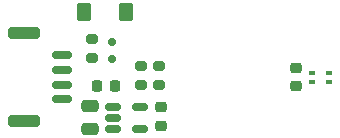
<source format=gbr>
%TF.GenerationSoftware,KiCad,Pcbnew,8.0.3+1*%
%TF.CreationDate,2024-07-23T17:29:58+00:00*%
%TF.ProjectId,TFHT02,54464854-3032-42e6-9b69-6361645f7063,rev?*%
%TF.SameCoordinates,Original*%
%TF.FileFunction,Paste,Bot*%
%TF.FilePolarity,Positive*%
%FSLAX46Y46*%
G04 Gerber Fmt 4.6, Leading zero omitted, Abs format (unit mm)*
G04 Created by KiCad (PCBNEW 8.0.3+1) date 2024-07-23 17:29:58*
%MOMM*%
%LPD*%
G01*
G04 APERTURE LIST*
G04 Aperture macros list*
%AMRoundRect*
0 Rectangle with rounded corners*
0 $1 Rounding radius*
0 $2 $3 $4 $5 $6 $7 $8 $9 X,Y pos of 4 corners*
0 Add a 4 corners polygon primitive as box body*
4,1,4,$2,$3,$4,$5,$6,$7,$8,$9,$2,$3,0*
0 Add four circle primitives for the rounded corners*
1,1,$1+$1,$2,$3*
1,1,$1+$1,$4,$5*
1,1,$1+$1,$6,$7*
1,1,$1+$1,$8,$9*
0 Add four rect primitives between the rounded corners*
20,1,$1+$1,$2,$3,$4,$5,0*
20,1,$1+$1,$4,$5,$6,$7,0*
20,1,$1+$1,$6,$7,$8,$9,0*
20,1,$1+$1,$8,$9,$2,$3,0*%
G04 Aperture macros list end*
%ADD10R,0.500000X0.300000*%
%ADD11RoundRect,0.166667X0.458333X0.583333X-0.458333X0.583333X-0.458333X-0.583333X0.458333X-0.583333X0*%
%ADD12RoundRect,0.166667X-0.458333X-0.583333X0.458333X-0.583333X0.458333X0.583333X-0.458333X0.583333X0*%
%ADD13RoundRect,0.225000X-0.225000X-0.250000X0.225000X-0.250000X0.225000X0.250000X-0.225000X0.250000X0*%
%ADD14RoundRect,0.150000X-0.200000X0.150000X-0.200000X-0.150000X0.200000X-0.150000X0.200000X0.150000X0*%
%ADD15RoundRect,0.150000X0.700000X-0.150000X0.700000X0.150000X-0.700000X0.150000X-0.700000X-0.150000X0*%
%ADD16RoundRect,0.250000X1.100000X-0.250000X1.100000X0.250000X-1.100000X0.250000X-1.100000X-0.250000X0*%
%ADD17RoundRect,0.225000X0.250000X-0.225000X0.250000X0.225000X-0.250000X0.225000X-0.250000X-0.225000X0*%
%ADD18RoundRect,0.250000X-0.475000X0.250000X-0.475000X-0.250000X0.475000X-0.250000X0.475000X0.250000X0*%
%ADD19RoundRect,0.150000X-0.512500X-0.150000X0.512500X-0.150000X0.512500X0.150000X-0.512500X0.150000X0*%
%ADD20RoundRect,0.200000X0.275000X-0.200000X0.275000X0.200000X-0.275000X0.200000X-0.275000X-0.200000X0*%
G04 APERTURE END LIST*
D10*
%TO.C,U2*%
X27446200Y7900000D03*
X27446200Y7100000D03*
X26046200Y7100000D03*
X26046200Y7900000D03*
%TD*%
D11*
%TO.C,D2*%
X10300000Y13000000D03*
D12*
X6700000Y13000000D03*
%TD*%
D13*
%TO.C,C4*%
X7784800Y6781800D03*
X9334800Y6781800D03*
%TD*%
D14*
%TO.C,D1*%
X9071000Y9075000D03*
X9071000Y10475000D03*
%TD*%
D15*
%TO.C,J1*%
X4847200Y5625000D03*
X4847200Y6875000D03*
X4847200Y8125000D03*
X4847200Y9375000D03*
D16*
X1647200Y3775000D03*
X1647200Y11225000D03*
%TD*%
D17*
%TO.C,C5*%
X24658300Y6725000D03*
X24658300Y8275000D03*
%TD*%
%TO.C,C1*%
X13208000Y3416000D03*
X13208000Y4966000D03*
%TD*%
D18*
%TO.C,C3*%
X7239000Y5039400D03*
X7239000Y3139400D03*
%TD*%
D19*
%TO.C,U3*%
X9200300Y3114000D03*
X9200300Y4064000D03*
X9200300Y5014000D03*
X11475300Y5014000D03*
X11475300Y3114000D03*
%TD*%
D20*
%TO.C,R3*%
X13106400Y6820400D03*
X13106400Y8470400D03*
%TD*%
%TO.C,R10*%
X11531600Y6820400D03*
X11531600Y8470400D03*
%TD*%
%TO.C,R1*%
X7421000Y9106400D03*
X7421000Y10756400D03*
%TD*%
M02*

</source>
